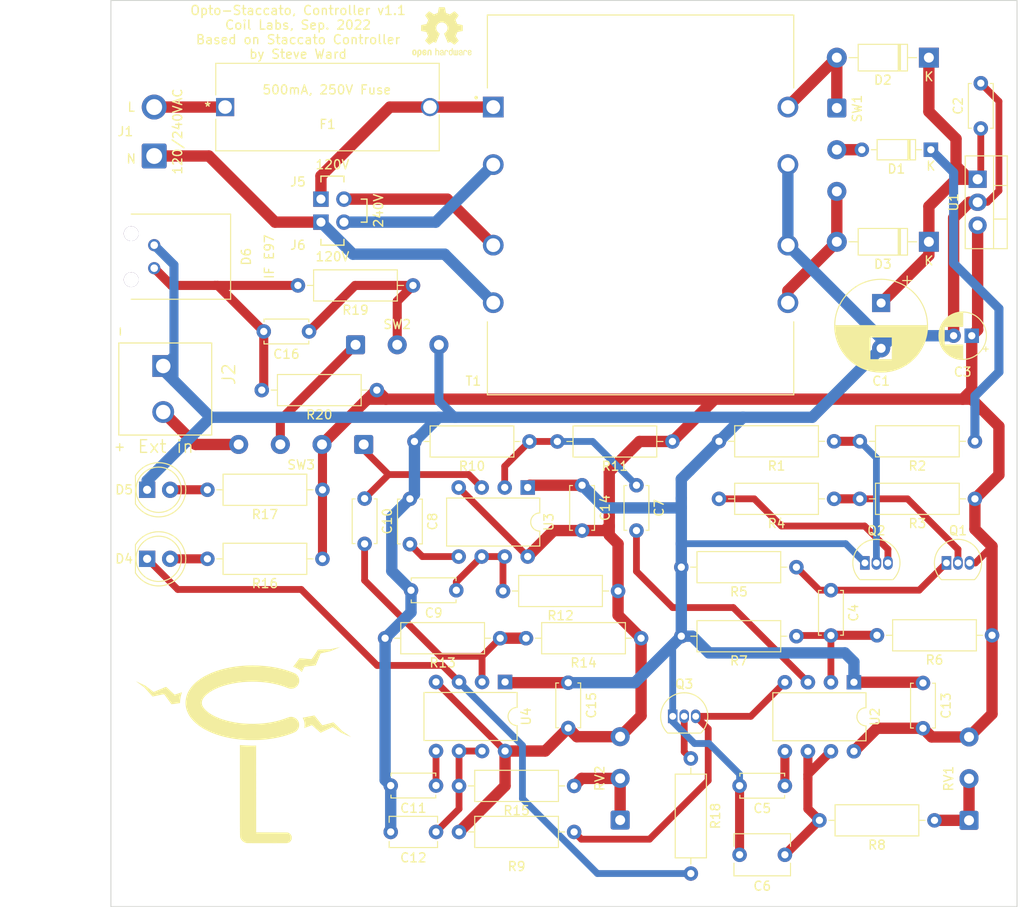
<source format=kicad_pcb>
(kicad_pcb (version 20211014) (generator pcbnew)
  (layers (0 "F.Cu" signal) (31 "B.Cu" signal) (34 "B.Paste" user) (35 "F.Paste" user) (36 "B.SilkS" user "B.Silkscreen") (37 "F.SilkS" user "F.Silkscreen") (38 "B.Mask" user) (39 "F.Mask" user) (44 "Edge.Cuts" user))
  (net 0 "")
  (net 1 "Net-(C1-Pad1)")
  (net 2 "GND1")
  (net 3 "Net-(C13-Pad1)")
  (net 4 "Net-(C4-Pad1)")
  (net 5 "Net-(C4-Pad2)")
  (net 6 "Net-(C5-Pad1)")
  (net 7 "Net-(C6-Pad1)")
  (net 8 "Net-(C7-Pad1)")
  (net 9 "Net-(C7-Pad2)")
  (net 10 "Net-(C8-Pad1)")
  (net 11 "Net-(C9-Pad1)")
  (net 12 "Net-(C10-Pad1)")
  (net 13 "Net-(C10-Pad2)")
  (net 14 "Net-(C11-Pad1)")
  (net 15 "Net-(C12-Pad1)")
  (net 16 "Net-(D1-Pad1)")
  (net 17 "Net-(D1-Pad2)")
  (net 18 "Net-(D2-Pad2)")
  (net 19 "Net-(D3-Pad2)")
  (net 20 "Net-(D4-Pad1)")
  (net 21 "Net-(D4-Pad2)")
  (net 22 "Net-(D5-Pad2)")
  (net 23 "Net-(C16-Pad1)")
  (net 24 "Net-(F1-Pad1)")
  (net 25 "Net-(F1-Pad2)")
  (net 26 "Net-(J1-Pad1)")
  (net 27 "Net-(J2-Pad2)")
  (net 28 "Net-(J5-Pad2)")
  (net 29 "Net-(J6-Pad2)")
  (net 30 "Net-(Q1-Pad2)")
  (net 31 "Net-(Q2-Pad2)")
  (net 32 "Net-(Q2-Pad3)")
  (net 33 "Net-(Q3-Pad2)")
  (net 34 "Net-(Q3-Pad3)")
  (net 35 "Net-(R8-Pad1)")
  (net 36 "Net-(R15-Pad1)")
  (net 37 "Net-(C16-Pad2)")
  (net 38 "Net-(SW3-Pad3)")
  (footprint "Capacitor_THT:C_Disc_D4.7mm_W2.5mm_P5.00mm" (layer "F.Cu") (at 48 74.97 -90)
    (fp_text reference "C10")
    (fp_text value "0.1uF")
  )
  (footprint "Diode_THT:D_DO-41_SOD81_P10.16mm_Horizontal" (layer "F.Cu") (at 110.27 46.632323 180)
    (fp_text reference "D3")
    (fp_text value "1N4007")
  )
  (footprint "Package_TO_SOT_THT:TO-92_Inline" (layer "F.Cu") (at 112.21 82.07)
    (fp_text reference "Q1")
    (fp_text value "2N3906")
  )
  (footprint "MountingHole:MountingHole_3.2mm_M3" (layer "F.Cu") (at 24 24)
    (fp_text reference "REF**" hide)
    (fp_text value "MountingHole_3.2mm_M3")
  )
  (footprint "Resistor_THT:R_Axial_DIN0309_L9.0mm_D3.2mm_P12.70mm_Horizontal" (layer "F.Cu") (at 95.65 90.16 180)
    (fp_text reference "R7")
    (fp_text value "10k")
  )
  (footprint "TB007-508-02GR:CUI_TB007-508-02GR" (layer "F.Cu") (at 25.775 60.34 -90)
    (fp_text reference "J2")
    (fp_text value "External Signal")
  )
  (footprint "Capacitor_THT:C_Disc_D4.7mm_W2.5mm_P5.00mm" (layer "F.Cu") (at 41.87 56.53 180)
    (fp_text reference "C16")
    (fp_text value "15pF")
  )
  (footprint "Resistor_THT:R_Axial_DIN0309_L9.0mm_D3.2mm_P12.70mm_Horizontal" (layer "F.Cu") (at 99.81 68.65 180)
    (fp_text reference "R1")
    (fp_text value "100k")
  )
  (footprint "Resistor_THT:R_Axial_DIN0309_L9.0mm_D3.2mm_P12.70mm_Horizontal" (layer "F.Cu") (at 49.35 63 180)
    (fp_text reference "R20")
    (fp_text value "4.7k")
  )
  (footprint "" (layer "F.Cu") (at 24 116)
    (fp_text reference "")
    (fp_text value "")
  )
  (footprint "Capacitor_THT:C_Disc_D4.7mm_W2.5mm_P5.00mm" (layer "F.Cu") (at 53 80 90)
    (fp_text reference "C8")
    (fp_text value "0.1uF")
  )
  (footprint "LOGO" (layer "F.Cu") (at 35 102)
    (fp_text reference "G***" hide)
    (fp_text value "LOGO" hide)
  )
  (footprint "Connector_Wire:SolderWire-0.5sqmm_1x03_P4.6mm_D0.9mm_OD2.1mm" (layer "F.Cu") (at 76.2 110.45 90)
    (fp_text reference "RV2")
    (fp_text value "100k")
  )
  (footprint "Capacitor_THT:C_Disc_D4.7mm_W2.5mm_P5.00mm" (layer "F.Cu") (at 78 73.5 -90)
    (fp_text reference "C7")
    (fp_text value "0.1uF")
  )
  (footprint "Capacitor_THT:C_Disc_D4.7mm_W2.5mm_P5.00mm" (layer "F.Cu") (at 58.12 85.09 180)
    (fp_text reference "C9")
    (fp_text value "0.1uF")
  )
  (footprint "Capacitor_THT:C_Disc_D4.7mm_W2.5mm_P5.00mm" (layer "F.Cu") (at 72 78.5 90)
    (fp_text reference "C14")
    (fp_text value "0.1uF")
  )
  (footprint "Package_TO_SOT_THT:TO-220-3_Vertical" (layer "F.Cu") (at 115.65 39.732323 -90)
    (fp_text reference "U1")
    (fp_text value "LM7812_TO220")
  )
  (footprint "Connector_Wire:SolderWire-1sqmm_1x02_P5.4mm_D1.4mm_OD2.7mm" (layer "F.Cu") (at 24.78 37.165 90)
    (fp_text reference "J1")
    (fp_text value "120/240VAC")
  )
  (footprint "Capacitor_THT:CP_Radial_D5.0mm_P2.00mm" (layer "F.Cu") (at 115 57 180)
    (fp_text reference "C3")
    (fp_text value "10uF")
  )
  (footprint "Capacitor_THT:C_Disc_D4.7mm_W2.5mm_P5.00mm" (layer "F.Cu") (at 70.47 100.29 90)
    (fp_text reference "C15")
    (fp_text value "0.1uF")
  )
  (footprint "Resistor_THT:R_Axial_DIN0309_L9.0mm_D3.2mm_P12.70mm_Horizontal" (layer "F.Cu") (at 53.34 51.45 180)
    (fp_text reference "R19")
    (fp_text value "470")
  )
  (footprint "Capacitor_THT:C_Disc_D6.0mm_W4.4mm_P5.00mm" (layer "F.Cu") (at 94.38 114.28 180)
    (fp_text reference "C6")
    (fp_text value "0.33uF")
  )
  (footprint "Capacitor_THT:C_Disc_D4.7mm_W2.5mm_P5.00mm" (layer "F.Cu") (at 109.62 100.32 90)
    (fp_text reference "C13")
    (fp_text value "0.1uF")
  )
  (footprint "Package_TO_SOT_THT:TO-92_Inline" (layer "F.Cu") (at 82 99)
    (fp_text reference "Q3")
    (fp_text value "2N3904")
  )
  (footprint "Resistor_THT:R_Axial_DIN0309_L9.0mm_D3.2mm_P12.70mm_Horizontal" (layer "F.Cu") (at 66.2 68.67 180)
    (fp_text reference "R10")
    (fp_text value "10k")
  )
  (footprint "0PTF0078P:0PTF0078P" (layer "F.Cu") (at 32.606 31.765)
    (fp_text reference "F1")
    (fp_text value "500mA, 250V Fuse")
  )
  (footprint "Symbol:OSHW-Logo2_7.3x6mm_SilkScreen" (layer "F.Cu") (at 56.53 23.51)
    (fp_text reference "REF**" hide)
    (fp_text value "OSHW-Logo2_7.3x6mm_SilkScreen" hide)
  )
  (footprint "Resistor_THT:R_Axial_DIN0309_L9.0mm_D3.2mm_P12.70mm_Horizontal" (layer "F.Cu") (at 78.51 90.38 180)
    (fp_text reference "R14")
    (fp_text value "10k")
  )
  (footprint "Package_DIP:DIP-8_W7.62mm" (layer "F.Cu") (at 102 95.24 -90)
    (fp_text reference "U2")
    (fp_text value "NE555P")
  )
  (footprint "Connector_PinHeader_2.54mm:PinHeader_2x01_P2.54mm_Vertical" (layer "F.Cu") (at 43.18 44.465)
    (fp_text reference "J6")
    (fp_text value "Jumper")
  )
  (footprint "Diode_THT:D_DO-35_SOD27_P7.62mm_Horizontal" (layer "F.Cu") (at 110.49 36.472323 180)
    (fp_text reference "D1")
    (fp_text value "1N4148")
  )
  (footprint "Resistor_THT:R_Axial_DIN0309_L9.0mm_D3.2mm_P12.70mm_Horizontal" (layer "F.Cu") (at 62.96 90.38 180)
    (fp_text reference "R13")
    (fp_text value "10k")
  )
  (footprint "Capacitor_THT:CP_Radial_D10.0mm_P5.00mm" (layer "F.Cu") (at 105 53.39 -90)
    (fp_text reference "C1")
    (fp_text value "470uF")
  )
  (footprint "IF-E91A:IF-E91A" (layer "F.Cu") (at 24.78 47.005 -90)
    (fp_text reference "D6")
    (fp_text value "IF E97")
  )
  (footprint "Resistor_THT:R_Axial_DIN0309_L9.0mm_D3.2mm_P12.70mm_Horizontal" (layer "F.Cu") (at 117.24 90.06 180)
    (fp_text reference "R6")
    (fp_text value "10k")
  )
  (footprint "Resistor_THT:R_Axial_DIN0309_L9.0mm_D3.2mm_P12.70mm_Horizontal" (layer "F.Cu") (at 75.97 85.17 180)
    (fp_text reference "R12")
    (fp_text value "1k")
  )
  (footprint "FS28-200-C2:TRANSFORMER_FS28-200-C2" (layer "F.Cu") (at 62.1975 31.765)
    (fp_text reference "T1")
    (fp_text value "FS28-200-C2")
  )
  (footprint "Resistor_THT:R_Axial_DIN0309_L9.0mm_D3.2mm_P12.70mm_Horizontal" (layer "F.Cu") (at 43.35 74 180)
    (fp_text reference "R17")
    (fp_text value "1k")
  )
  (footprint "Connector_Wire:SolderWire-0.5sqmm_1x04_P4.6mm_D0.9mm_OD2.1mm" (layer "F.Cu") (at 47.9 69 180)
    (fp_text reference "SW3")
    (fp_text value "SW_SP3T")
  )
  (footprint "Capacitor_THT:C_Disc_D5.1mm_W3.2mm_P5.00mm" (layer "F.Cu") (at 55.88 111.76 180)
    (fp_text reference "C12")
    (fp_text value "10uF")
  )
  (footprint "Resistor_THT:R_Axial_DIN0309_L9.0mm_D3.2mm_P12.70mm_Horizontal" (layer "F.Cu") (at 115.35 75 180)
    (fp_text reference "R3")
    (fp_text value "2.2k")
  )
  (footprint "LED_THT:LED_D5.0mm_Clear" (layer "F.Cu") (at 24 74)
    (fp_text reference "D5")
    (fp_text value "LED")
  )
  (footprint "" (layer "F.Cu") (at 116 116)
    (fp_text reference "")
    (fp_text value "")
  )
  (footprint "Resistor_THT:R_Axial_DIN0309_L9.0mm_D3.2mm_P12.70mm_Horizontal" (layer "F.Cu") (at 115.35 68.65 180)
    (fp_text reference "R2")
    (fp_text value "10k")
  )
  (footprint "Package_DIP:DIP-8_W7.62mm" (layer "F.Cu") (at 66 73.75 -90)
    (fp_text reference "U3")
    (fp_text value "NE555P")
  )
  (footprint "Resistor_THT:R_Axial_DIN0309_L9.0mm_D3.2mm_P12.70mm_Horizontal" (layer "F.Cu") (at 58.42 111.76)
    (fp_text reference "R9")
    (fp_text value "10k")
  )
  (footprint "Connector_PinHeader_2.54mm:PinHeader_2x01_P2.54mm_Vertical" (layer "F.Cu") (at 43.18 41.925)
    (fp_text reference "J5")
    (fp_text value "Jumper")
  )
  (footprint "Capacitor_THT:C_Disc_D4.7mm_W2.5mm_P5.00mm" (layer "F.Cu") (at 99.46 85.08 -90)
    (fp_text reference "C4")
    (fp_text value "0.1uF")
  )
  (footprint "Package_DIP:DIP-8_W7.62mm" (layer "F.Cu") (at 63.5 95.21 -90)
    (fp_text reference "U4")
    (fp_text value "NE555P")
  )
  (footprint "Connector_Wire:SolderWire-0.5sqmm_1x03_P4.6mm_D0.9mm_OD2.1mm" (layer "F.Cu") (at 114.7 110.48 90)
    (fp_text reference "RV1")
    (fp_text value "50k")
  )
  (footprint "Resistor_THT:R_Axial_DIN0309_L9.0mm_D3.2mm_P12.70mm_Horizontal" (layer "F.Cu") (at 43.35 81.62 180)
    (fp_text reference "R16")
    (fp_text value "1k")
  )
  (footprint "Package_TO_SOT_THT:TO-92_Inline" (layer "F.Cu") (at 103.21 82.07)
    (fp_text reference "Q2")
    (fp_text value "2N3904")
  )
  (footprint "Resistor_THT:R_Axial_DIN0309_L9.0mm_D3.2mm_P12.70mm_Horizontal" (layer "F.Cu") (at 110.89 110.48 180)
    (fp_text reference "R8")
    (fp_text value "4.7k")
  )
  (footprint "Resistor_THT:R_Axial_DIN0309_L9.0mm_D3.2mm_P12.70mm_Horizontal" (layer "F.Cu") (at 99.81 75 180)
    (fp_text reference "R4")
    (fp_text value "10k")
  )
  (footprint "Capacitor_THT:C_Disc_D4.7mm_W2.5mm_P5.00mm" (layer "F.Cu") (at 116 34.132323 90)
    (fp_text reference "C2")
    (fp_text value "0.1uF")
  )
  (footprint "Diode_THT:D_DO-41_SOD81_P10.16mm_Horizontal" (layer "F.Cu") (at 110.27 26.312323 180)
    (fp_text reference "D2")
    (fp_text value "1N4007")
  )
  (footprint "Resistor_THT:R_Axial_DIN0309_L9.0mm_D3.2mm_P12.70mm_Horizontal" (layer "F.Cu") (at 95.65 82.54 180)
    (fp_text reference "R5")
    (fp_text value "2.2k")
  )
  (footprint "LED_THT:LED_D5.0mm_Clear" (layer "F.Cu") (at 24 81.62)
    (fp_text reference "D4")
    (fp_text value "LED")
  )
  (footprint "Capacitor_THT:C_Disc_D4.7mm_W2.5mm_P5.00mm" (layer "F.Cu") (at 55.88 106.64 180)
    (fp_text reference "C11")
    (fp_text value "0.1uF")
  )
  (footprint "Resistor_THT:R_Axial_DIN0309_L9.0mm_D3.2mm_P12.70mm_Horizontal" (layer "F.Cu") (at 71.12 106.68 180)
    (fp_text reference "R15")
    (fp_text value "330")
  )
  (footprint "Resistor_THT:R_Axial_DIN0309_L9.0mm_D3.2mm_P12.70mm_Horizontal" (layer "F.Cu") (at 81.97 68.67 180)
    (fp_text reference "R11")
    (fp_text value "10k")
  )
  (footprint "Connector_Wire:SolderWire-0.5sqmm_1x03_P4.6mm_D0.9mm_OD2.1mm" (layer "F.Cu") (at 100.11 31.872323 -90)
    (fp_text reference "SW1")
    (fp_text value "SW_SPDT")
  )
  (footprint "Connector_Wire:SolderWire-0.5sqmm_1x03_P4.6mm_D0.9mm_OD2.1mm" (layer "F.Cu") (at 47 58)
    (fp_text reference "SW2")
    (fp_text value "SW_SPDT")
  )
  (footprint "Resistor_THT:R_Axial_DIN0309_L9.0mm_D3.2mm_P12.70mm_Horizontal" (layer "F.Cu") (at 84 103.65 -90)
    (fp_text reference "R18")
    (fp_text value "10k")
  )
  (footprint "Capacitor_THT:C_Disc_D4.7mm_W2.5mm_P5.00mm" (layer "F.Cu") (at 94.38 106.66 180)
    (fp_text reference "C5")
    (fp_text value "0.1uF")
  )
  (footprint "" (layer "F.Cu") (at 116 24)
    (fp_text reference "")
    (fp_text value "")
  )
  (gr_line (start 48.26 44.465) (end 47.625 44.465) (layer "F.SilkS") (width 0.15))
  (gr_line (start 43.18 39.385) (end 45.72 39.385) (layer "F.SilkS") (width 0.15))
  (gr_line (start 43.18 47.005) (end 45.72 47.005) (layer "F.SilkS") (width 0.15))
  (gr_line (start 43.18 46.37) (end 43.18 47.005) (layer "F.SilkS") (width 0.15))
  (gr_line (start 45.72 47.005) (end 45.72 46.37) (layer "F.SilkS") (width 0.15))
  (gr_line (start 47.625 41.925) (end 48.26 41.925) (layer "F.SilkS") (width 0.15))
  (gr_line (start 43.18 40.02) (end 43.18 39.385) (layer "F.SilkS") (width 0.15))
  (gr_line (start 48.26 41.925) (end 48.26 44.465) (layer "F.SilkS") (width 0.15))
  (gr_line (start 45.72 39.385) (end 45.72 40.02) (layer "F.SilkS") (width 0.15))
  (gr_line (start 120 120) (end 20 120) (layer "Edge.Cuts") (width 0.1))
  (gr_line (start 20 120) (end 20 20) (layer "Edge.Cuts") (width 0.1))
  (gr_line (start 120 20) (end 120 120) (layer "Edge.Cuts") (width 0.1))
  (gr_line (start 20 20) (end 120 20) (layer "Edge.Cuts") (width 0.1))
  (gr_text "240V" (at 49.53 43.195 90) (layer "F.SilkS") (effects (font (size 1 1))))
  (gr_text "+" (at 20.97 69.23) (layer "F.SilkS") (effects (font (size 1 1))))
  (gr_text "Ext in" (at 26.05 69.23) (layer "F.SilkS") (effects (font (size 1.4 1.4))))
  (gr_text "-" (at 20.97 56.53 90) (layer "F.SilkS") (effects (font (size 1 1))))
  (gr_text "N" (at 22.24 37.48) (layer "F.SilkS") (effects (font (size 1 1))))
  (gr_text "120V" (at 44.45 48.275) (layer "F.SilkS") (effects (font (size 1 1))))
  (gr_text "Opto-Staccato, Controller v1.1\nCoil Labs, Sep. 2022\nBased on Staccato Controller\nby Steve Ward" (at 40.655 23.51) (layer "F.SilkS") (effects (font (size 1 1))))
  (gr_text "120V" (at 44.45 38.115) (layer "F.SilkS") (effects (font (size 1 1))))
  (gr_text "L" (at 22.24 31.765) (layer "F.SilkS") (effects (font (size 1 1))))
  (segment (start 113.267677 39.732323) (end 115.65 39.732323) (width 1.25) (layer "F.Cu") (net 1))
  (segment (start 113.267677 38.267677) (end 113.267677 39.732323) (width 1.25) (layer "F.Cu") (net 1))
  (segment (start 116 34.132323) (end 116 39.382323) (width 0.75) (layer "F.Cu") (net 1))
  (segment (start 114.732323 39.732323) (end 113.267677 38.267677) (width 1.25) (layer "F.Cu") (net 1))
  (segment (start 113.267677 35.267677) (end 113.267677 38.267677) (width 1.25) (layer "F.Cu") (net 1))
  (segment (start 110.27 26.312323) (end 110.27 32.27) (width 1.25) (layer "F.Cu") (net 1))
  (segment (start 115.65 39.732323) (end 114.732323 39.732323) (width 1.25) (layer "F.Cu") (net 1))
  (segment (start 110.27 48.12) (end 105 53.39) (width 1.25) (layer "F.Cu") (net 1))
  (segment (start 110.27 46.632323) (end 110.27 42.73) (width 1.25) (layer "F.Cu") (net 1))
  (segment (start 110.27 46.632323) (end 110.27 48.12) (width 1.25) (layer "F.Cu") (net 1))
  (segment (start 110.27 32.27) (end 113.267677 35.267677) (width 1.25) (layer "F.Cu") (net 1))
  (segment (start 110.27 42.73) (end 113.267677 39.732323) (width 1.25) (layer "F.Cu") (net 1))
  (segment (start 116 39.382323) (end 115.65 39.732323) (width 0.75) (layer "F.Cu") (net 1))
  (segment (start 113 44) (end 114.727677 42.272323) (width 1.25) (layer "F.Cu") (net 2))
  (segment (start 72 73.5) (end 66.25 73.5) (width 1.25) (layer "F.Cu") (net 2))
  (segment (start 118 31.132323) (end 118 41) (width 0.75) (layer "F.Cu") (net 2))
  (segment (start 70.47 95.29) (end 63.58 95.29) (width 1.25) (layer "F.Cu") (net 2))
  (segment (start 63.58 95.29) (end 63.5 95.21) (width 1.25) (layer "F.Cu") (net 2))
  (segment (start 89.38 114.28) (end 89.38 106.66) (width 1) (layer "F.Cu") (net 2))
  (segment (start 109.54 95.24) (end 109.62 95.32) (width 1.25) (layer "F.Cu") (net 2))
  (segment (start 102 95.24) (end 109.54 95.24) (width 1.25) (layer "F.Cu") (net 2))
  (segment (start 116 29.132323) (end 118 31.132323) (width 0.75) (layer "F.Cu") (net 2))
  (segment (start 114.727677 42.272323) (end 115.65 42.272323) (width 1.25) (layer "F.Cu") (net 2))
  (segment (start 116.727677 42.272323) (end 115.65 42.272323) (width 0.75) (layer "F.Cu") (net 2))
  (segment (start 113 57) (end 113 44) (width 1.25) (layer "F.Cu") (net 2))
  (segment (start 66.25 73.5) (end 66 73.75) (width 1.25) (layer "F.Cu") (net 2))
  (segment (start 118 41) (end 116.727677 42.272323) (width 0.75) (layer "F.Cu") (net 2))
  (segment (start 102 93) (end 101 92) (width 1.25) (layer "B.Cu") (net 2))
  (segment (start 26.961497 49.186497) (end 26.961497 59.153503) (width 1) (layer "B.Cu") (net 2))
  (segment (start 82.95 72.81) (end 82.95 74.95) (width 1.25) (layer "B.Cu") (net 2))
  (segment (start 53.5 74.5) (end 53 75) (width 1.25) (layer "B.Cu") (net 2))
  (segment (start 27 62) (end 25.775 60.775) (width 1.25) (layer "B.Cu") (net 2))
  (segment (start 82 91.11) (end 82.95 90.16) (width 0.75) (layer "B.Cu") (net 2))
  (segment (start 82.95 82.54) (end 82.95 90.16) (width 1.25) (layer "B.Cu") (net 2))
  (segment (start 72 73.5) (end 74.5 76) (width 1.25) (layer "B.Cu") (net 2))
  (segment (start 82 99) (end 82 99.587002) (width 0.75) (layer "B.Cu") (net 2))
  (segment (start 104.7045 57) (end 104.35225 56.64775) (width 1.25) (layer "B.Cu") (net 2))
  (segment (start 87.11 68.65) (end 83.88 71.88) (width 1.25) (layer "B.Cu") (net 2))
  (segment (start 89.76 66) (end 87.11 68.65) (width 1.25) (layer "B.Cu") (net 2))
  (segment (start 89.38 105.38) (end 89.38 106.66) (width 0.75) (layer "B.Cu") (net 2))
  (segment (start 104.35225 56.64775) (end 105 57.2955) (width 1.25) (layer "B.Cu") (net 2))
  (segment (start 106.39 57) (end 105 58.39) (width 1.25) (layer "B.Cu") (net 2))
  (segment (start 86 92) (end 84.16 90.16) (width 1.25) (layer "B.Cu") (net 2))
  (segment (start 58 66) (end 56.17 66) (width 1.25) (layer "B.Cu") (net 2))
  (segment (start 56.17 66) (end 31 66) (width 1.25) (layer "B.Cu") (net 2))
  (segment (start 50.26 106.02) (end 50.88 106.64) (width 1.25) (layer "B.Cu") (net 2))
  (segment (start 51 82.97) (end 53.12 85.09) (width 1.25) (layer "B.Cu") (net 2))
  (segment (start 56.2 64.2) (end 58 66) (width 1) (layer "B.Cu") (net 2))
  (segment (start 53.12 87.52) (end 50.26 90.38) (width 1.25) (layer "B.Cu") (net 2))
  (segment (start 97.39 66) (end 89.76 66) (width 1.25) (layer "B.Cu") (net 2))
  (segment (start 105 57.2955) (end 105 58.39) (width 1.25) (layer "B.Cu") (net 2))
  (segment (start 26.961497 59.153503) (end 25.775 60.34) (width 1) (layer "B.Cu") (net 2))
  (segment (start 103.21 82.07) (end 101.09 79.95) (width 0.75) (layer "B.Cu") (net 2))
  (segment (start 84.16 90.16) (end 82.95 90.16) (width 1.25) (layer "B.Cu") (net 2))
  (segment (start 31 66) (end 24 73) (width 1.25) (layer "B.Cu") (net 2))
  (segment (start 113 57) (end 106.39 57) (width 1.25) (layer "B.Cu") (net 2))
  (segment (start 82.95 79.95) (end 82.95 82.54) (width 1.25) (layer "B.Cu") (net 2))
  (segment (start 83.88 71.88) (end 82.95 72.81) (width 1.25) (layer "B.Cu") (net 2))
  (segment (start 25.775 60.775) (end 25.775 60.34) (width 1.25) (layer "B.Cu") (net 2))
  (segment (start 82 99.587002) (end 84.412998 102) (width 0.75) (layer "B.Cu") (net 2))
  (segment (start 106.39 57) (end 104.7045 57) (width 1.25) (layer "B.Cu") (net 2))
  (segment (start 82 99) (end 82 91.11) (width 0.75) (layer "B.Cu") (net 2))
  (segment (start 53.5 68.67) (end 53.5 74.5) (width 1.25) (layer "B.Cu") (net 2))
  (segment (start 56.17 66) (end 53.5 68.67) (width 1.25) (layer "B.Cu") (net 2))
  (segment (start 26.961497 61.961497) (end 27 62) (width 1) (layer "B.Cu") (net 2))
  (segment (start 31 66) (end 27 62) (width 1.25) (layer "B.Cu") (net 2))
  (segment (start 94.7095 47.005) (end 104.35225 56.64775) (width 1.25) (layer "B.Cu") (net 2))
  (segment (start 24 73) (end 24 74) (width 1.25) (layer "B.Cu") (net 2))
  (segment (start 26.961497 59.153503) (end 26.961497 61.961497) (width 1) (layer "B.Cu") (net 2))
  (segment (start 105 58.39) (end 97.39 66) (width 1.25) (layer "B.Cu") (net 2))
  (segment (start 56.2 58) (end 56.2 64.2) (width 1) (layer "B.Cu") (net 2))
  (segment (start 74.5 76) (end 82.9 76) (width 1.25) (layer "B.Cu") (net 2))
  (segment (start 101.09 79.95) (end 82.95 79.95) (width 0.75) (layer "B.Cu") (net 2))
  (segment (start 53 75) (end 51 77) (width 1.25) (layer "B.Cu") (net 2))
  (segment (start 50.26 90.38) (end 50.26 106.02) (width 1.25) (layer "B.Cu") (net 2))
  (segment (start 82.95 75.95) (end 82.95 79.95) (width 1.25) (layer "B.Cu") (net 2))
  (segment (start 101 92) (end 86 92) (width 1.25) (layer "B.Cu") (net 2))
  (segment (start 94.7095 38.115) (end 94.7095 47.005) (width 1.25) (layer "B.Cu") (net 2))
  (segment (start 84.412998 102) (end 86 102) (width 0.75) (layer "B.Cu") (net 2))
  (segment (start 89.76 66) (end 58 66) (width 1.25) (layer "B.Cu") (net 2))
  (segment (start 51 77) (end 51 82.97) (width 1.25) (layer "B.Cu") (net 2))
  (segment (start 77.82 95.29) (end 70.47 95.29) (width 1.25) (layer "B.Cu") (net 2))
  (segment (start 82.9 76) (end 82.95 75.95) (width 1.25) (layer "B.Cu") (net 2))
  (segment (start 50.88 106.64) (end 50.88 111.76) (width 1.25) (layer "B.Cu") (net 2))
  (segment (start 82.95 74.95) (end 82.95 75.95) (width 1.25) (layer "B.Cu") (net 2))
  (segment (start 82.95 90.16) (end 77.82 95.29) (width 1.25) (layer "B.Cu") (net 2))
  (segment (start 86 102) (end 89.38 105.38) (width 0.75) (layer "B.Cu") (net 2))
  (segment (start 24.78 47.005) (end 26.961497 49.186497) (width 1) (layer "B.Cu") (net 2))
  (segment (start 102 95.24) (end 102 93) (width 1.25) (layer "B.Cu") (net 2))
  (segment (start 53.12 85.09) (end 53.12 87.52) (width 1.25) (layer "B.Cu") (net 2))
  (segment (start 115 63) (end 114 64) (width 1.25) (layer "F.Cu") (net 3))
  (segment (start 78.51 98.94) (end 76.2 101.25) (width 1.25) (layer "F.Cu") (net 3))
  (segment (start 114.7 101.28) (end 110.58 101.28) (width 1.25) (layer "F.Cu") (net 3))
  (segment (start 67.93 102.83) (end 70.47 100.29) (width 1.25) (layer "F.Cu") (net 3))
  (segment (start 117.24 98.74) (end 114.7 101.28) (width 1.25) (layer "F.Cu") (net 3))
  (segment (start 81.97 68.67) (end 78.33 68.67) (width 1.25) (layer "F.Cu") (net 3))
  (segment (start 50.35 64) (end 48.3 64) (width 1.25) (layer "F.Cu") (net 3))
  (segment (start 117.24 90.06) (end 117.24 98.74) (width 1.25) (layer "F.Cu") (net 3))
  (segment (start 55.88 95.21) (end 63.5 102.83) (width 0.75) (layer "F.Cu") (net 3))
  (segment (start 76.2 101.25) (end 71.43 101.25) (width 1.25) (layer "F.Cu") (net 3))
  (segment (start 49.35 63) (end 49.3 63) (width 1.25) (layer "F.Cu") (net 3))
  (segment (start 58.38 73.75) (end 66 81.37) (width 0.75) (layer "F.Cu") (net 3))
  (segment (start 86.64 64) (end 50.35 64) (width 1.25) (layer "F.Cu") (net 3))
  (segment (start 63.5 106.68) (end 58.42 111.76) (width 1.25) (layer "F.Cu") (net 3))
  (segment (start 75 79) (end 75 78) (width 1.25) (layer "F.Cu") (net 3))
  (segment (start 72 78.5) (end 74.5 78.5) (width 1.25) (layer "F.Cu") (net 3))
  (segment (start 75.97 85.17) (end 75.97 79.97) (width 1.25) (layer "F.Cu") (net 3))
  (segment (start 43.35 69.05) (end 43.3 69) (width 1) (layer "F.Cu") (net 3))
  (segment (start 48.15 64.15) (end 43.3 69) (width 1.25) (layer "F.Cu") (net 3))
  (segment (start 68.87 78.5) (end 66 81.37) (width 1.25) (layer "F.Cu") (net 3))
  (segment (start 117.24 80.24) (end 117.24 90.06) (width 1.25) (layer "F.Cu") (net 3))
  (segment (start 114.75 82.07) (end 115.41 82.07) (width 0.75) (layer "F.Cu") (net 3))
  (segment (start 75.97 85.17) (end 75.97 87.84) (width 1.25) (layer "F.Cu") (net 3))
  (segment (start 118 72.35) (end 115.35 75) (width 1.25) (layer "F.Cu") (net 3))
  (segment (start 75.97 79.97) (end 75 79) (width 1.25) (layer "F.Cu") (net 3))
  (segment (start 115 57) (end 115 63) (width 1.25) (layer "F.Cu") (net 3))
  (segment (start 50.35 64) (end 49.35 63) (width 1.25) (layer "F.Cu") (net 3))
  (segment (start 81.97 68.67) (end 86.64 64) (width 1.25) (layer "F.Cu") (net 3))
  (segment (start 118 67) (end 118 72.35) (width 1.25) (layer "F.Cu") (net 3))
  (segment (start 48.3 64) (end 48.15 64.15) (width 1.25) (layer "F.Cu") (net 3))
  (segment (start 86.64 64) (end 114 64) (width 1.25) (layer "F.Cu") (net 3))
  (segment (start 49.3 63) (end 48.15 64.15) (width 1.25) (layer "F.Cu") (net 3))
  (segment (start 71.43 101.25) (end 70.47 100.29) (width 1.25) (layer "F.Cu") (net 3))
  (segment (start 63.5 102.83) (end 63.5 106.68) (width 1.25) (layer "F.Cu") (net 3))
  (segment (start 78.51 90.38) (end 78.51 98.94) (width 1.25) (layer "F.Cu") (net 3))
  (segment (start 78.33 68.67) (end 75 72) (width 1.25) (layer "F.Cu") (net 3))
  (segment (start 104.54 100.32) (end 102 102.86) (width 1.25) (layer "F.Cu") (net 3))
  (segment (start 75.97 87.84) (end 78.51 90.38) (width 1.25) (layer "F.Cu") (net 3))
  (segment (start 110.58 101.28) (end 109.62 100.32) (width 1.25) (layer "F.Cu") (net 3))
  (segment (start 75 72) (end 75 77) (width 1.25) (layer "F.Cu") (net 3))
  (segment (start 115 64) (end 118 67) (width 1.25) (layer "F.Cu") (net 3))
  (segment (start 72 78.5) (end 68.87 78.5) (width 1.25) (layer "F.Cu") (net 3))
  (segment (start 115.65 44.812323) (end 115.65 56.35) (width 1.25) (layer "F.Cu") (net 3))
  (segment (start 74.5 78.5) (end 75 78) (width 1.25) (layer "F.Cu") (net 3))
  (segment (start 115 63) (end 115 64) (width 1.25) (layer "F.Cu") (net 3))
  (segment (start 109.62 100.32) (end 104.54 100.32) (width 1.25) (layer "F.Cu") (net 3))
  (segment (start 115.41 82.07) (end 117.24 80.24) (width 0.75) (layer "F.Cu") (net 3))
  (segment (start 114 64) (end 115 64) (width 1.25) (layer "F.Cu") (net 3))
  (segment (start 115.65 56.35) (end 115 57) (width 1.25) (layer "F.Cu") (net 3))
  (segment (start 115.35 75) (end 115.35 78.35) (width 1.25) (layer "F.Cu") (net 3))
  (segment (start 43.35 74) (end 43.35 69.05) (width 1) (layer "F.Cu") (net 3))
  (segment (start 63.5 102.83) (end 67.93 102.83) (width 1.25) (layer "F.Cu") (net 3))
  (segment (start 43.35 74) (end 43.35 81.62) (width 1) (layer "F.Cu") (net 3))
  (segment (start 115.35 78.35) (end 117.24 80.24) (width 1.25) (layer "F.Cu") (net 3))
  (segment (start 75 78) (end 75 77) (width 1.25) (layer "F.Cu") (net 3))
  (segment (start 99.46 85.08) (end 98.19 85.08) (width 0.75) (layer "F.Cu") (net 4))
  (segment (start 98.19 85.08) (end 95.65 82.54) (width 0.75) (layer "F.Cu") (net 4))
  (segment (start 109.2 85.08) (end 99.46 85.08) (width 0.75) (layer "F.Cu") (net 4))
  (segment (start 112.21 82.07) (end 109.2 85.08) (width 0.75) (layer "F.Cu") (net 4))
  (segment (start 99.46 90.08) (end 95.73 90.08) (width 0.75) (layer "F.Cu") (net 5))
  (segment (start 104.54 90.06) (end 99.48 90.06) (width 1) (layer "F.Cu") (net 5))
  (segment (start 99.46 95.24) (end 99.46 90.08) (width 0.75) (layer "F.Cu") (net 5))
  (segment (start 95.73 90.08) (end 95.65 90.16) (width 0.75) (layer "F.Cu") (net 5))
  (segment (start 99.48 90.06) (end 99.46 90.08) (width 1) (layer "F.Cu") (net 5))
  (segment (start 94.38 102.86) (end 94.38 106.66) (width 1) (layer "F.Cu") (net 6))
  (segment (start 96.92 105.92) (end 96.92 109.21) (width 1) (layer "F.Cu") (net 7))
  (segment (start 96.92 105.4) (end 99.46 102.86) (width 1) (layer "F.Cu") (net 7))
  (segment (start 96.92 102.86) (end 96.92 105.92) (width 1) (layer "F.Cu") (net 7))
  (segment (start 98.19 110.48) (end 98.18 110.48) (width 1) (layer "F.Cu") (net 7))
  (segment (start 96.92 105.92) (end 96.92 105.4) (width 1) (layer "F.Cu") (net 7))
  (segment (start 98.18 110.48) (end 94.38 114.28) (width 1) (layer "F.Cu") (net 7))
  (segment (start 96.92 109.21) (end 98.19 110.48) (width 1) (layer "F.Cu") (net 7))
  (segment (start 63.46 73.75) (end 63.46 71.41) (width 0.75) (layer "F.Cu") (net 8))
  (segment (start 69.27 68.67) (end 66.2 68.67) (width 0.75) (layer "F.Cu") (net 8))
  (segment (start 63.46 71.41) (end 66.2 68.67) (width 0.75) (layer "F.Cu") (net 8))
  (segment (start 73.17 68.67) (end 78 73.5) (width 0.75) (layer "B.Cu") (net 8))
  (segment (start 69.27 68.67) (end 73.17 68.67) (width 0.75) (layer "B.Cu") (net 8))
  (segment (start 78 78.5) (end 78 83) (width 0.75) (layer "F.Cu") (net 9))
  (segment (start 88.68 87) (end 96.92 95.24) (width 0.75) (layer "F.Cu") (net 9))
  (segment (start 82 87) (end 88.68 87) (width 0.75) (layer "F.Cu") (net 9))
  (segment (start 78 83) (end 82 87) (width 0.75) (layer "F.Cu") (net 9))
  (segment (start 54.37 81.37) (end 53 80) (width 0.75) (layer "F.Cu") (net 10))
  (segment (start 58.38 81.37) (end 54.37 81.37) (width 0.75) (layer "F.Cu") (net 10))
  (segment (start 63.46 81.37) (end 60.92 81.37) (width 0.75) (layer "F.Cu") (net 11))
  (segment (start 58.12 85.09) (end 58.12 84.17) (width 0.75) (layer "F.Cu") (net 11))
  (segment (start 58.12 84.17) (end 60.92 81.37) (width 0.75) (layer "F.Cu") (net 11))
  (segment (start 63.27 81.56) (end 63.46 81.37) (width 0.75) (layer "F.Cu") (net 11))
  (segment (start 63.27 85.17) (end 63.27 81.56) (width 0.75) (layer "F.Cu") (net 11))
  (segment (start 60.92 73.75) (end 59.491 72.321) (width 0.75) (layer "F.Cu") (net 12))
  (segment (start 59.491 72.321) (end 50.649 72.321) (width 0.75) (layer "F.Cu") (net 12))
  (segment (start 47.9 69) (end 47.9 69.572) (width 0.75) (layer "F.Cu") (net 12))
  (segment (start 47.9 69.572) (end 50.649 72.321) (width 0.75) (layer "F.Cu") (net 12))
  (segment (start 50.649 72.321) (end 48 74.97) (width 0.75) (layer "F.Cu") (net 12))
  (segment (start 48 84) (end 48 79.97) (width 0.75) (layer "F.Cu") (net 13))
  (segment (start 60.96 92.38) (end 56.38 92.38) (width 0.75) (layer "F.Cu") (net 13))
  (segment (start 56.38 92.38) (end 48 84) (width 0.75) (layer "F.Cu") (net 13))
  (segment (start 60.96 92.38) (end 62.96 90.38) (width 0.75) (layer "F.Cu") (net 13))
  (segment (start 65.81 90.38) (end 62.96 90.38) (width 1.25) (layer "F.Cu") (net 13))
  (segment (start 60.96 95.21) (end 60.96 92.38) (width 0.75) (layer "F.Cu") (net 13))
  (segment (start 55.88 102.83) (end 55.88 106.64) (width 0.75) (layer "F.Cu") (net 14))
  (segment (start 60.96 102.83) (end 58.42 102.83) (width 0.75) (layer "F.Cu") (net 15))
  (segment (start 58.42 109.22) (end 55.88 111.76) (width 0.75) (layer "F.Cu") (net 15))
  (segment (start 58.42 102.83) (end 58.42 106.68) (width 0.75) (layer "F.Cu") (net 15))
  (segment (start 58.42 106.68) (end 58.42 109.22) (width 0.75) (layer "F.Cu") (net 15))
  (segment (start 118 54) (end 113 49) (width 1) (layer "B.Cu") (net 16))
  (segment (start 115.35 68.65) (end 115.35 63.65) (width 1) (layer "B.Cu") (net 16))
  (segment (start 113 49) (end 113 38.982323) (width 1) (layer "B.Cu") (net 16))
  (segment (start 118 61) (end 118 54) (width 1) (layer "B.Cu") (net 16))
  (segment (start 115.35 63.65) (end 118 61) (width 1) (layer "B.Cu") (net 16))
  (segment (start 113 38.982323) (end 110.49 36.472323) (width 1) (layer "B.Cu") (net 16))
  (segment (start 100.11 36.472323) (end 102.87 36.472323) (width 1.25) (layer "F.Cu") (net 17))
  (segment (start 100.11 31.872323) (end 100.11 26.312323) (width 1.25) (layer "F.Cu") (net 18))
  (segment (start 94.7095 31.765) (end 94.7095 31.712823) (width 1.25) (layer "F.Cu") (net 18))
  (segment (start 94.7095 31.712823) (end 100.11 26.312323) (width 1.25) (layer "F.Cu") (net 18))
  (segment (start 94.7095 52.032823) (end 100.11 46.632323) (width 1.25) (layer "F.Cu") (net 19))
  (segment (start 94.7095 53.355) (end 94.7095 52.032823) (width 1.25) (layer "F.Cu") (net 19))
  (segment (start 100.11 41.072323) (end 100.11 46.632323) (width 1.25) (layer "F.Cu") (net 19))
  (segment (start 49.384 93.384) (end 41 85) (width 0.75) (layer "F.Cu") (net 20))
  (segment (start 41 85) (end 27.38 85) (width 0.75) (layer "F.Cu") (net 20))
  (segment (start 27.38 85) (end 24 81.62) (width 0.75) (layer "F.Cu") (net 20))
  (segment (start 58.42 95.21) (end 56.594 93.384) (width 0.75) (layer "F.Cu") (net 20))
  (segment (start 56.594 93.384) (end 49.384 93.384) (width 0.75) (layer "F.Cu") (net 20))
  (segment (start 73.689088 116.35) (end 65.418021 108.078933) (width 0.75) (layer "B.Cu") (net 20))
  (segment (start 65.418021 108.078933) (end 65.418021 102.208021) (width 0.75) (layer "B.Cu") (net 20))
  (segment (start 84 116.35) (end 73.689088 116.35) (width 0.75) (layer "B.Cu") (net 20))
  (segment (start 65.418021 102.208021) (end 58.42 95.21) (width 0.75) (layer "B.Cu") (net 20))
  (segment (start 30.65 81.62) (end 26.54 81.62) (width 1) (layer "F.Cu") (net 21))
  (segment (start 30.65 74) (end 26.54 74) (width 1) (layer "F.Cu") (net 22))
  (segment (start 46.95 51.45) (end 41.87 56.53) (width 1) (layer "F.Cu") (net 23))
  (segment (start 51.6 53.19) (end 53.34 51.45) (width 1) (layer "F.Cu") (net 23))
  (segment (start 51.6 58) (end 51.6 53.19) (width 1) (layer "F.Cu") (net 23))
  (segment (start 53.34 51.45) (end 46.95 51.45) (width 1) (layer "F.Cu") (net 23))
  (segment (start 24.78 31.765) (end 32.606 31.765) (width 1.25) (layer "F.Cu") (net 24))
  (segment (start 55.206 31.765) (end 50.785 31.765) (width 1.25) (layer "F.Cu") (net 25))
  (segment (start 43.18 39.37) (end 43.18 41.925) (width 1.25) (layer "F.Cu") (net 25))
  (segment (start 50.785 31.765) (end 43.18 39.37) (width 1.25) (layer "F.Cu") (net 25))
  (segment (start 55.206 31.765) (end 62.1975 31.765) (width 1.25) (layer "F.Cu") (net 25))
  (segment (start 24.78 37.165) (end 30.815 37.165) (width 1.25) (layer "F.Cu") (net 26))
  (segment (start 30.815 37.165) (end 38.115 44.465) (width 1.25) (layer "F.Cu") (net 26))
  (segment (start 38.115 44.465) (end 43.18 44.465) (width 1.25) (layer "F.Cu") (net 26))
  (segment (start 46.715 48) (end 56.8425 48) (width 1.25) (layer "B.Cu") (net 26))
  (segment (start 56.8425 48) (end 62.1975 53.355) (width 1.25) (layer "B.Cu") (net 26))
  (segment (start 43.18 44.465) (end 46.715 48) (width 1.25) (layer "B.Cu") (net 26))
  (segment (start 34.1 69) (end 29.355 69) (width 1.25) (layer "F.Cu") (net 27))
  (segment (start 29.355 69) (end 25.775 65.42) (width 1.25) (layer "F.Cu") (net 27))
  (segment (start 57.1175 41.925) (end 62.1975 47.005) (width 1.25) (layer "F.Cu") (net 28))
  (segment (start 45.72 41.925) (end 57.1175 41.925) (width 1.25) (layer "F.Cu") (net 28))
  (segment (start 45.72 44.465) (end 55.8475 44.465) (width 1.25) (layer "B.Cu") (net 29))
  (segment (start 55.8475 44.465) (end 62.1975 38.115) (width 1.25) (layer "B.Cu") (net 29))
  (segment (start 113.48 82.07) (end 113.48 80.57) (width 0.75) (layer "F.Cu") (net 30))
  (segment (start 102.65 75) (end 99.81 75) (width 1) (layer "F.Cu") (net 30))
  (segment (start 113.48 80.57) (end 107.91 75) (width 0.75) (layer "F.Cu") (net 30))
  (segment (start 107.91 75) (end 102.65 75) (width 0.75) (layer "F.Cu") (net 30))
  (segment (start 102.65 68.65) (end 99.81 68.65) (width 1) (layer "F.Cu") (net 31))
  (segment (start 104.48 70.48) (end 102.65 68.65) (width 0.75) (layer "B.Cu") (net 31))
  (segment (start 104.48 82.07) (end 104.48 70.48) (width 0.75) (layer "B.Cu") (net 31))
  (segment (start 103.18 78) (end 94 78) (width 0.75) (layer "F.Cu") (net 32))
  (segment (start 105.75 82.07) (end 105.75 80.57) (width 0.75) (layer "F.Cu") (net 32))
  (segment (start 105.75 80.57) (end 103.18 78) (width 0.75) (layer "F.Cu") (net 32))
  (segment (start 91 75) (end 87.11 75) (width 0.75) (layer "F.Cu") (net 32))
  (segment (start 94 78) (end 91 75) (width 0.75) (layer "F.Cu") (net 32))
  (segment (start 83.27 102.92) (end 84 103.65) (width 0.75) (layer "F.Cu") (net 33))
  (segment (start 83.27 99) (end 83.27 102.92) (width 0.75) (layer "F.Cu") (net 33))
  (segment (start 90.62 99) (end 84.54 99) (width 0.75) (layer "F.Cu") (net 34))
  (segment (start 79.440001 112.559999) (end 71.919999 112.559999) (width 0.75) (layer "F.Cu") (net 34))
  (segment (start 71.919999 112.559999) (end 71.12 111.76) (width 0.75) (layer "F.Cu") (net 34))
  (segment (start 94.38 95.24) (end 90.62 99) (width 0.75) (layer "F.Cu") (net 34))
  (segment (start 84.54 99) (end 85.918021 100.378021) (width 0.75) (layer "F.Cu") (net 34))
  (segment (start 85.918021 106.081979) (end 79.440001 112.559999) (width 0.75) (layer "F.Cu") (net 34))
  (segment (start 85.918021 100.378021) (end 85.918021 106.081979) (width 0.75) (layer "F.Cu") (net 34))
  (segment (start 114.7 110.48) (end 110.89 110.48) (width 1.25) (layer "F.Cu") (net 35))
  (segment (start 114.7 105.88) (end 114.7 110.48) (width 1.25) (layer "F.Cu") (net 35))
  (segment (start 76.2 110.45) (end 76.2 105.85) (width 1.25) (layer "F.Cu") (net 36))
  (segment (start 76.2 105.85) (end 71.95 105.85) (width 1.25) (layer "F.Cu") (net 36))
  (segment (start 71.95 105.85) (end 71.12 106.68) (width 1.25) (layer "F.Cu") (net 36))
  (segment (start 31.45 51.45) (end 40.64 51.45) (width 1) (layer "F.Cu") (net 37))
  (segment (start 36.87 56.53) (end 31.79 51.45) (width 1) (layer "F.Cu") (net 37))
  (segment (start 36.87 62.78) (end 36.65 63) (width 1) (layer "F.Cu") (net 37))
  (segment (start 31.79 51.45) (end 31.45 51.45) (width 1) (layer "F.Cu") (net 37))
  (segment (start 26.685 51.45) (end 31.45 51.45) (width 1) (layer "F.Cu") (net 37))
  (segment (start 24.78 49.545) (end 26.685 51.45) (width 1) (layer "F.Cu") (net 37))
  (segment (start 36.87 56.53) (end 36.87 62.78) (width 1) (layer "F.Cu") (net 37))
  (segment (start 38.7 69) (end 38.7 66.3) (width 1) (layer "F.Cu") (net 38))
  (segment (start 38.7 66.3) (end 47 58) (width 1) (layer "F.Cu") (net 38))
)
</source>
